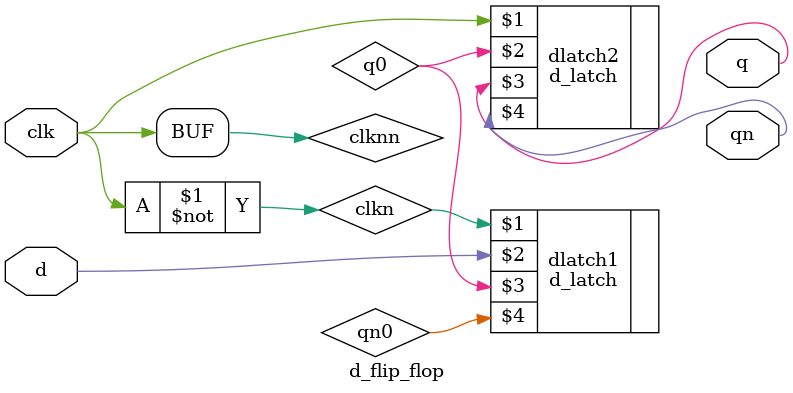
<source format=v>
/************************************************
  The Verilog HDL code example is from the book
  Computer Principles and Design in Verilog HDL
  by Yamin Li, published by A JOHN WILEY & SONS
************************************************/
module d_flip_flop (clk,d,q,qn);                    // dff using 2 d latches
    input  clk, d;                                  // inputs:  clk, d
    output q,  qn;                                  // outputs: q, qn
    wire   q0, qn0;                                 // internal wires
    wire   clkn, clknn;                             // internal wires
    not inv1 (clkn,  clk);                          // inverse of clk
    not inv2 (clknn, clkn);                         // inverse of clkn
    d_latch dlatch1 (clkn,  d,  q0, qn0);           // master d latch
    d_latch dlatch2 (clknn, q0, q,  qn);            // slave  d latch
endmodule

</source>
